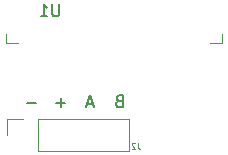
<source format=gbr>
%TF.GenerationSoftware,KiCad,Pcbnew,(6.0.0-0)*%
%TF.CreationDate,2021-12-30T08:02:44+00:00*%
%TF.ProjectId,Keypad,4b657970-6164-42e6-9b69-6361645f7063,5*%
%TF.SameCoordinates,Original*%
%TF.FileFunction,Legend,Bot*%
%TF.FilePolarity,Positive*%
%FSLAX46Y46*%
G04 Gerber Fmt 4.6, Leading zero omitted, Abs format (unit mm)*
G04 Created by KiCad (PCBNEW (6.0.0-0)) date 2021-12-30 08:02:44*
%MOMM*%
%LPD*%
G01*
G04 APERTURE LIST*
%ADD10C,0.150000*%
%ADD11C,0.080000*%
%ADD12C,0.120000*%
G04 APERTURE END LIST*
D10*
X129828571Y-118928571D02*
X129685714Y-118976190D01*
X129638095Y-119023809D01*
X129590476Y-119119047D01*
X129590476Y-119261904D01*
X129638095Y-119357142D01*
X129685714Y-119404761D01*
X129780952Y-119452380D01*
X130161904Y-119452380D01*
X130161904Y-118452380D01*
X129828571Y-118452380D01*
X129733333Y-118500000D01*
X129685714Y-118547619D01*
X129638095Y-118642857D01*
X129638095Y-118738095D01*
X129685714Y-118833333D01*
X129733333Y-118880952D01*
X129828571Y-118928571D01*
X130161904Y-118928571D01*
X127638095Y-119166666D02*
X127161904Y-119166666D01*
X127733333Y-119452380D02*
X127400000Y-118452380D01*
X127066666Y-119452380D01*
X125280952Y-119071428D02*
X124519047Y-119071428D01*
X124900000Y-119452380D02*
X124900000Y-118690476D01*
X122780952Y-119071428D02*
X122019047Y-119071428D01*
%TO.C,U1*%
X124761904Y-110752380D02*
X124761904Y-111561904D01*
X124714285Y-111657142D01*
X124666666Y-111704761D01*
X124571428Y-111752380D01*
X124380952Y-111752380D01*
X124285714Y-111704761D01*
X124238095Y-111657142D01*
X124190476Y-111561904D01*
X124190476Y-110752380D01*
X123190476Y-111752380D02*
X123761904Y-111752380D01*
X123476190Y-111752380D02*
X123476190Y-110752380D01*
X123571428Y-110895238D01*
X123666666Y-110990476D01*
X123761904Y-111038095D01*
D11*
%TO.C,J2*%
X131416666Y-122476190D02*
X131416666Y-122833333D01*
X131440476Y-122904761D01*
X131488095Y-122952380D01*
X131559523Y-122976190D01*
X131607142Y-122976190D01*
X131202380Y-122523809D02*
X131178571Y-122500000D01*
X131130952Y-122476190D01*
X131011904Y-122476190D01*
X130964285Y-122500000D01*
X130940476Y-122523809D01*
X130916666Y-122571428D01*
X130916666Y-122619047D01*
X130940476Y-122690476D01*
X131226190Y-122976190D01*
X130916666Y-122976190D01*
D12*
%TO.C,U1*%
X138520000Y-113250000D02*
X138520000Y-114030000D01*
X120280000Y-113250000D02*
X120280000Y-114030000D01*
X120280000Y-114030000D02*
X121280000Y-114030000D01*
X138520000Y-114030000D02*
X137520000Y-114030000D01*
%TO.C,J2*%
X130650000Y-120470000D02*
X130650000Y-123130000D01*
X122970000Y-120470000D02*
X130650000Y-120470000D01*
X122970000Y-123130000D02*
X130650000Y-123130000D01*
X122970000Y-120470000D02*
X122970000Y-123130000D01*
X121700000Y-120470000D02*
X120370000Y-120470000D01*
X120370000Y-120470000D02*
X120370000Y-121800000D01*
%TD*%
M02*

</source>
